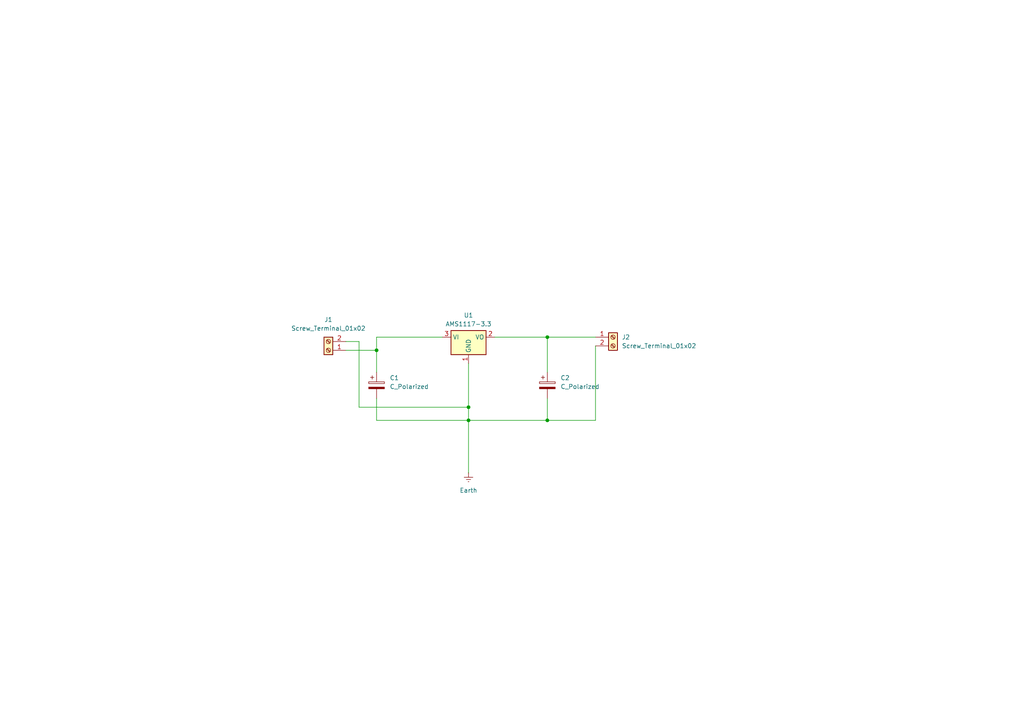
<source format=kicad_sch>
(kicad_sch (version 20231120) (generator "eeschema") (generator_version "8.0")
  (paper "A4")
  (lib_symbols
    (symbol "Connector:Screw_Terminal_01x02" (pin_names (offset 1.016) hide)
      (property "Reference" "J" (at 0 2.54 0))
      (property "Value" "Screw_Terminal_01x02" (at 0 -5.08 0))
      (symbol "Screw_Terminal_01x02_1_1"
        (rectangle (start -1.27 1.27) (end 1.27 -3.81) (stroke (width 0.254)) (fill (type background)))
        (circle (center 0 -2.54) (radius 0.635) (stroke (width 0.1524)))
        (polyline (pts (xy -0.5334 -2.2098) (xy 0.3302 -3.048)) (stroke (width 0.1524)))
        (polyline (pts (xy -0.5334 0.3302) (xy 0.3302 -0.508)) (stroke (width 0.1524)))
        (polyline (pts (xy -0.3556 -2.032) (xy 0.508 -2.8702)) (stroke (width 0.1524)))
        (polyline (pts (xy -0.3556 0.508) (xy 0.508 -0.3302)) (stroke (width 0.1524)))
        (circle (center 0 0) (radius 0.635) (stroke (width 0.1524)))
        (pin passive line (at -5.08 0 0) (length 3.81) (name "Pin_1") (number "1"))
        (pin passive line (at -5.08 -2.54 0) (length 3.81) (name "Pin_2") (number "2"))
      )
    )
    (symbol "Device:C_Polarized" (pin_numbers hide) (pin_names (offset 0.254))
      (property "Reference" "C" (at 0.635 2.54 0))
      (property "Value" "C_Polarized" (at 0.635 -2.54 0))
      (symbol "C_Polarized_0_1"
        (rectangle (start -2.286 0.508) (end 2.286 1.016))
        (polyline (pts (xy -1.778 2.286) (xy -0.762 2.286)))
        (polyline (pts (xy -1.27 2.794) (xy -1.27 1.778)))
        (rectangle (start 2.286 -0.508) (end -2.286 -1.016) (fill (type outline)))
      )
      (symbol "C_Polarized_1_1"
        (pin passive line (at 0 3.81 270) (length 2.794) (name "~") (number "1"))
        (pin passive line (at 0 -3.81 90) (length 2.794) (name "~") (number "2"))
      )
    )
    (symbol "Regulator_Linear:AMS1117-3.3"
      (property "Reference" "U" (at -3.81 3.175 0))
      (property "Value" "AMS1117-3.3" (at 0 3.175 0))
      (symbol "AMS1117-3.3_0_1"
        (rectangle (start -5.08 -5.08) (end 5.08 1.905) (stroke (width 0.254)) (fill (type background)))
      )
      (symbol "AMS1117-3.3_1_1"
        (pin power_in line (at 0 -7.62 90) (length 2.54) (name "GND") (number "1"))
        (pin power_out line (at 7.62 0 180) (length 2.54) (name "VO") (number "2"))
        (pin power_in line (at -7.62 0 0) (length 2.54) (name "VI") (number "3"))
      )
    )
    (symbol "power:Earth" (power) (pin_numbers hide) (pin_names (offset 0) hide)
      (property "Value" "Earth" (at 0 -3.81 0))
      (symbol "Earth_0_1"
        (polyline (pts (xy -0.635 -1.905) (xy 0.635 -1.905)))
        (polyline (pts (xy -0.127 -2.54) (xy 0.127 -2.54)))
        (polyline (pts (xy 0 -1.27) (xy 0 0)))
        (polyline (pts (xy 1.27 -1.27) (xy -1.27 -1.27)))
      )
      (symbol "Earth_1_1"
        (pin power_in line (at 0 0 270) (length 0) (name "~") (number "1"))
      )
    )
  )
  (junction (at 158.75 97.79))
  (junction (at 135.89 121.92))
  (junction (at 158.75 121.92))
  (junction (at 109.22 101.6))
  (junction (at 135.89 118.11))
  (wire (pts (xy 109.22 115.57) (xy 109.22 121.92)))
  (wire (pts (xy 143.51 97.79) (xy 158.75 97.79)))
  (wire (pts (xy 104.14 99.06) (xy 104.14 118.11)))
  (wire (pts (xy 109.22 97.79) (xy 109.22 101.6)))
  (wire (pts (xy 135.89 118.11) (xy 135.89 121.92)))
  (wire (pts (xy 135.89 105.41) (xy 135.89 118.11)))
  (wire (pts (xy 109.22 101.6) (xy 109.22 107.95)))
  (wire (pts (xy 109.22 121.92) (xy 135.89 121.92)))
  (wire (pts (xy 158.75 121.92) (xy 135.89 121.92)))
  (wire (pts (xy 172.72 100.33) (xy 172.72 121.92)))
  (wire (pts (xy 100.33 101.6) (xy 109.22 101.6)))
  (wire (pts (xy 100.33 99.06) (xy 104.14 99.06)))
  (wire (pts (xy 135.89 121.92) (xy 135.89 137.16)))
  (wire (pts (xy 104.14 118.11) (xy 135.89 118.11)))
  (wire (pts (xy 172.72 97.79) (xy 158.75 97.79)))
  (wire (pts (xy 158.75 115.57) (xy 158.75 121.92)))
  (wire (pts (xy 172.72 121.92) (xy 158.75 121.92)))
  (wire (pts (xy 158.75 97.79) (xy 158.75 107.95)))
  (wire (pts (xy 128.27 97.79) (xy 109.22 97.79)))
  (symbol (lib_id "power:Earth") (at 135.89 137.16 0) (unit 1)
    (property "Reference" "#PWR01" (effects (hide yes)))
    (property "Value" "Earth" (at 135.89 142.24 0))
    (property "Description" "Power symbol creates a global label with name \"Earth\"" (effects (hide yes)))
  )
  (symbol (lib_id "Device:C_Polarized") (at 109.22 111.76 0) (unit 1)
    (property "Reference" "C1" (at 113.03 109.6009 0) (effects (justify left)))
    (property "Value" "C_Polarized" (at 113.03 112.1409 0) (effects (justify left)))
    (property "Footprint" "M4_PCB:two_pads_7.62" (effects (hide yes)))
    (property "Description" "Polarized capacitor" (effects (hide yes)))
  )
  (symbol (lib_id "Connector:Screw_Terminal_01x02") (at 177.8 97.79 0) (unit 1)
    (property "Reference" "J2" (at 180.34 97.7899 0) (effects (justify left)))
    (property "Value" "Screw_Terminal_01x02" (at 180.34 100.3299 0) (effects (justify left)))
    (property "Footprint" "M4_PCB:regulator_pads" (effects (hide yes)))
    (property "Description" "Generic screw terminal, single row, 01x02, script generated (kicad-library-utils/schlib/autogen/connector/)" (effects (hide yes)))
  )
  (symbol (lib_id "Regulator_Linear:AMS1117-3.3") (at 135.89 97.79 0) (unit 1)
    (property "Reference" "U1" (at 135.89 91.44 0))
    (property "Value" "AMS1117-3.3" (at 135.89 93.98 0))
    (property "Footprint" "Package_TO_SOT_SMD:SOT-223-3_TabPin2" (effects (hide yes)))
    (property "Datasheet" "http://www.advanced-monolithic.com/pdf/ds1117.pdf" (effects (hide yes)))
    (property "Description" "1A Low Dropout regulator, positive, 3.3V fixed output, SOT-223" (effects (hide yes)))
  )
  (symbol (lib_id "Device:C_Polarized") (at 158.75 111.76 0) (unit 1)
    (property "Reference" "C2" (at 162.56 109.6009 0) (effects (justify left)))
    (property "Value" "C_Polarized" (at 162.56 112.1409 0) (effects (justify left)))
    (property "Footprint" "M4_PCB:two_pads_7.62" (effects (hide yes)))
    (property "Description" "Polarized capacitor" (effects (hide yes)))
  )
  (symbol (lib_id "Connector:Screw_Terminal_01x02") (at 95.25 101.6 180) (unit 1)
    (property "Reference" "J1" (at 95.25 92.71 0))
    (property "Value" "Screw_Terminal_01x02" (at 95.25 95.25 0))
    (property "Footprint" "M4_PCB:regulator_pads" (effects (hide yes)))
    (property "Description" "Generic screw terminal, single row, 01x02, script generated (kicad-library-utils/schlib/autogen/connector/)" (effects (hide yes)))
  )
)
</source>
